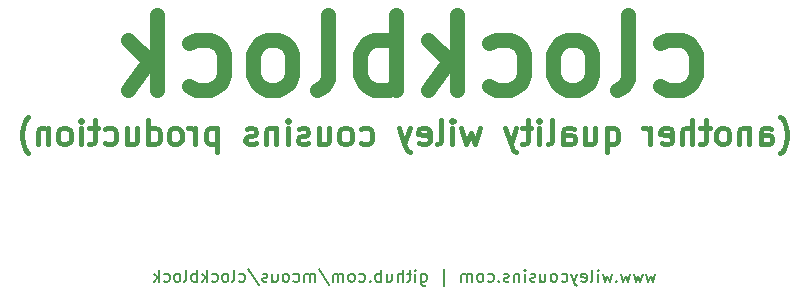
<source format=gbo>
G04 (created by PCBNEW (2013-07-07 BZR 4022)-stable) date 9/25/2013 7:54:20 PM*
%MOIN*%
G04 Gerber Fmt 3.4, Leading zero omitted, Abs format*
%FSLAX34Y34*%
G01*
G70*
G90*
G04 APERTURE LIST*
%ADD10C,0.006*%
%ADD11C,0.008*%
%ADD12C,0.015*%
%ADD13C,0.05*%
%ADD14C,0.0708661*%
%ADD15R,0.0708661X0.0708661*%
%ADD16C,0.102362*%
%ADD17R,0.0669291X0.0669291*%
%ADD18C,0.0669291*%
G04 APERTURE END LIST*
G54D10*
G54D11*
X92111Y-66645D02*
X92035Y-66911D01*
X91959Y-66721D01*
X91883Y-66911D01*
X91807Y-66645D01*
X91692Y-66645D02*
X91616Y-66911D01*
X91540Y-66721D01*
X91464Y-66911D01*
X91388Y-66645D01*
X91273Y-66645D02*
X91197Y-66911D01*
X91121Y-66721D01*
X91045Y-66911D01*
X90969Y-66645D01*
X90816Y-66873D02*
X90797Y-66892D01*
X90816Y-66911D01*
X90835Y-66892D01*
X90816Y-66873D01*
X90816Y-66911D01*
X90664Y-66645D02*
X90588Y-66911D01*
X90511Y-66721D01*
X90435Y-66911D01*
X90359Y-66645D01*
X90207Y-66911D02*
X90207Y-66645D01*
X90207Y-66511D02*
X90226Y-66530D01*
X90207Y-66550D01*
X90188Y-66530D01*
X90207Y-66511D01*
X90207Y-66550D01*
X89959Y-66911D02*
X89997Y-66892D01*
X90016Y-66854D01*
X90016Y-66511D01*
X89654Y-66892D02*
X89692Y-66911D01*
X89769Y-66911D01*
X89807Y-66892D01*
X89826Y-66854D01*
X89826Y-66702D01*
X89807Y-66664D01*
X89769Y-66645D01*
X89692Y-66645D01*
X89654Y-66664D01*
X89635Y-66702D01*
X89635Y-66740D01*
X89826Y-66778D01*
X89502Y-66645D02*
X89407Y-66911D01*
X89311Y-66645D02*
X89407Y-66911D01*
X89445Y-67007D01*
X89464Y-67026D01*
X89502Y-67045D01*
X88988Y-66892D02*
X89026Y-66911D01*
X89102Y-66911D01*
X89140Y-66892D01*
X89159Y-66873D01*
X89178Y-66835D01*
X89178Y-66721D01*
X89159Y-66683D01*
X89140Y-66664D01*
X89102Y-66645D01*
X89026Y-66645D01*
X88988Y-66664D01*
X88759Y-66911D02*
X88797Y-66892D01*
X88816Y-66873D01*
X88835Y-66835D01*
X88835Y-66721D01*
X88816Y-66683D01*
X88797Y-66664D01*
X88759Y-66645D01*
X88702Y-66645D01*
X88664Y-66664D01*
X88645Y-66683D01*
X88626Y-66721D01*
X88626Y-66835D01*
X88645Y-66873D01*
X88664Y-66892D01*
X88702Y-66911D01*
X88759Y-66911D01*
X88283Y-66645D02*
X88283Y-66911D01*
X88454Y-66645D02*
X88454Y-66854D01*
X88435Y-66892D01*
X88397Y-66911D01*
X88340Y-66911D01*
X88302Y-66892D01*
X88283Y-66873D01*
X88111Y-66892D02*
X88073Y-66911D01*
X87997Y-66911D01*
X87959Y-66892D01*
X87940Y-66854D01*
X87940Y-66835D01*
X87959Y-66797D01*
X87997Y-66778D01*
X88054Y-66778D01*
X88092Y-66759D01*
X88111Y-66721D01*
X88111Y-66702D01*
X88092Y-66664D01*
X88054Y-66645D01*
X87997Y-66645D01*
X87959Y-66664D01*
X87769Y-66911D02*
X87769Y-66645D01*
X87769Y-66511D02*
X87788Y-66530D01*
X87769Y-66550D01*
X87749Y-66530D01*
X87769Y-66511D01*
X87769Y-66550D01*
X87578Y-66645D02*
X87578Y-66911D01*
X87578Y-66683D02*
X87559Y-66664D01*
X87521Y-66645D01*
X87464Y-66645D01*
X87426Y-66664D01*
X87407Y-66702D01*
X87407Y-66911D01*
X87235Y-66892D02*
X87197Y-66911D01*
X87121Y-66911D01*
X87083Y-66892D01*
X87064Y-66854D01*
X87064Y-66835D01*
X87083Y-66797D01*
X87121Y-66778D01*
X87178Y-66778D01*
X87216Y-66759D01*
X87235Y-66721D01*
X87235Y-66702D01*
X87216Y-66664D01*
X87178Y-66645D01*
X87121Y-66645D01*
X87083Y-66664D01*
X86892Y-66873D02*
X86873Y-66892D01*
X86892Y-66911D01*
X86911Y-66892D01*
X86892Y-66873D01*
X86892Y-66911D01*
X86530Y-66892D02*
X86569Y-66911D01*
X86645Y-66911D01*
X86683Y-66892D01*
X86702Y-66873D01*
X86721Y-66835D01*
X86721Y-66721D01*
X86702Y-66683D01*
X86683Y-66664D01*
X86645Y-66645D01*
X86569Y-66645D01*
X86530Y-66664D01*
X86302Y-66911D02*
X86340Y-66892D01*
X86359Y-66873D01*
X86378Y-66835D01*
X86378Y-66721D01*
X86359Y-66683D01*
X86340Y-66664D01*
X86302Y-66645D01*
X86245Y-66645D01*
X86207Y-66664D01*
X86188Y-66683D01*
X86169Y-66721D01*
X86169Y-66835D01*
X86188Y-66873D01*
X86207Y-66892D01*
X86245Y-66911D01*
X86302Y-66911D01*
X85997Y-66911D02*
X85997Y-66645D01*
X85997Y-66683D02*
X85978Y-66664D01*
X85940Y-66645D01*
X85883Y-66645D01*
X85845Y-66664D01*
X85826Y-66702D01*
X85826Y-66911D01*
X85826Y-66702D02*
X85807Y-66664D01*
X85769Y-66645D01*
X85711Y-66645D01*
X85673Y-66664D01*
X85654Y-66702D01*
X85654Y-66911D01*
X85064Y-67045D02*
X85064Y-66473D01*
X84302Y-66645D02*
X84302Y-66969D01*
X84321Y-67007D01*
X84340Y-67026D01*
X84378Y-67045D01*
X84435Y-67045D01*
X84473Y-67026D01*
X84302Y-66892D02*
X84340Y-66911D01*
X84416Y-66911D01*
X84454Y-66892D01*
X84473Y-66873D01*
X84492Y-66835D01*
X84492Y-66721D01*
X84473Y-66683D01*
X84454Y-66664D01*
X84416Y-66645D01*
X84340Y-66645D01*
X84302Y-66664D01*
X84111Y-66911D02*
X84111Y-66645D01*
X84111Y-66511D02*
X84130Y-66530D01*
X84111Y-66550D01*
X84092Y-66530D01*
X84111Y-66511D01*
X84111Y-66550D01*
X83978Y-66645D02*
X83826Y-66645D01*
X83921Y-66511D02*
X83921Y-66854D01*
X83902Y-66892D01*
X83864Y-66911D01*
X83826Y-66911D01*
X83692Y-66911D02*
X83692Y-66511D01*
X83521Y-66911D02*
X83521Y-66702D01*
X83540Y-66664D01*
X83578Y-66645D01*
X83635Y-66645D01*
X83673Y-66664D01*
X83692Y-66683D01*
X83159Y-66645D02*
X83159Y-66911D01*
X83330Y-66645D02*
X83330Y-66854D01*
X83311Y-66892D01*
X83273Y-66911D01*
X83216Y-66911D01*
X83178Y-66892D01*
X83159Y-66873D01*
X82969Y-66911D02*
X82969Y-66511D01*
X82969Y-66664D02*
X82930Y-66645D01*
X82854Y-66645D01*
X82816Y-66664D01*
X82797Y-66683D01*
X82778Y-66721D01*
X82778Y-66835D01*
X82797Y-66873D01*
X82816Y-66892D01*
X82854Y-66911D01*
X82930Y-66911D01*
X82969Y-66892D01*
X82607Y-66873D02*
X82588Y-66892D01*
X82607Y-66911D01*
X82626Y-66892D01*
X82607Y-66873D01*
X82607Y-66911D01*
X82245Y-66892D02*
X82283Y-66911D01*
X82359Y-66911D01*
X82397Y-66892D01*
X82416Y-66873D01*
X82435Y-66835D01*
X82435Y-66721D01*
X82416Y-66683D01*
X82397Y-66664D01*
X82359Y-66645D01*
X82283Y-66645D01*
X82245Y-66664D01*
X82016Y-66911D02*
X82054Y-66892D01*
X82073Y-66873D01*
X82092Y-66835D01*
X82092Y-66721D01*
X82073Y-66683D01*
X82054Y-66664D01*
X82016Y-66645D01*
X81959Y-66645D01*
X81921Y-66664D01*
X81902Y-66683D01*
X81883Y-66721D01*
X81883Y-66835D01*
X81902Y-66873D01*
X81921Y-66892D01*
X81959Y-66911D01*
X82016Y-66911D01*
X81711Y-66911D02*
X81711Y-66645D01*
X81711Y-66683D02*
X81692Y-66664D01*
X81654Y-66645D01*
X81597Y-66645D01*
X81559Y-66664D01*
X81540Y-66702D01*
X81540Y-66911D01*
X81540Y-66702D02*
X81521Y-66664D01*
X81483Y-66645D01*
X81426Y-66645D01*
X81388Y-66664D01*
X81369Y-66702D01*
X81369Y-66911D01*
X80892Y-66492D02*
X81235Y-67007D01*
X80759Y-66911D02*
X80759Y-66645D01*
X80759Y-66683D02*
X80740Y-66664D01*
X80702Y-66645D01*
X80645Y-66645D01*
X80607Y-66664D01*
X80588Y-66702D01*
X80588Y-66911D01*
X80588Y-66702D02*
X80569Y-66664D01*
X80530Y-66645D01*
X80473Y-66645D01*
X80435Y-66664D01*
X80416Y-66702D01*
X80416Y-66911D01*
X80054Y-66892D02*
X80092Y-66911D01*
X80169Y-66911D01*
X80207Y-66892D01*
X80226Y-66873D01*
X80245Y-66835D01*
X80245Y-66721D01*
X80226Y-66683D01*
X80207Y-66664D01*
X80169Y-66645D01*
X80092Y-66645D01*
X80054Y-66664D01*
X79826Y-66911D02*
X79864Y-66892D01*
X79883Y-66873D01*
X79902Y-66835D01*
X79902Y-66721D01*
X79883Y-66683D01*
X79864Y-66664D01*
X79826Y-66645D01*
X79769Y-66645D01*
X79730Y-66664D01*
X79711Y-66683D01*
X79692Y-66721D01*
X79692Y-66835D01*
X79711Y-66873D01*
X79730Y-66892D01*
X79769Y-66911D01*
X79826Y-66911D01*
X79349Y-66645D02*
X79349Y-66911D01*
X79521Y-66645D02*
X79521Y-66854D01*
X79502Y-66892D01*
X79464Y-66911D01*
X79407Y-66911D01*
X79369Y-66892D01*
X79349Y-66873D01*
X79178Y-66892D02*
X79140Y-66911D01*
X79064Y-66911D01*
X79026Y-66892D01*
X79007Y-66854D01*
X79007Y-66835D01*
X79026Y-66797D01*
X79064Y-66778D01*
X79121Y-66778D01*
X79159Y-66759D01*
X79178Y-66721D01*
X79178Y-66702D01*
X79159Y-66664D01*
X79121Y-66645D01*
X79064Y-66645D01*
X79026Y-66664D01*
X78549Y-66492D02*
X78892Y-67007D01*
X78245Y-66892D02*
X78283Y-66911D01*
X78359Y-66911D01*
X78397Y-66892D01*
X78416Y-66873D01*
X78435Y-66835D01*
X78435Y-66721D01*
X78416Y-66683D01*
X78397Y-66664D01*
X78359Y-66645D01*
X78283Y-66645D01*
X78245Y-66664D01*
X78016Y-66911D02*
X78054Y-66892D01*
X78073Y-66854D01*
X78073Y-66511D01*
X77807Y-66911D02*
X77845Y-66892D01*
X77864Y-66873D01*
X77883Y-66835D01*
X77883Y-66721D01*
X77864Y-66683D01*
X77845Y-66664D01*
X77807Y-66645D01*
X77750Y-66645D01*
X77711Y-66664D01*
X77692Y-66683D01*
X77673Y-66721D01*
X77673Y-66835D01*
X77692Y-66873D01*
X77711Y-66892D01*
X77750Y-66911D01*
X77807Y-66911D01*
X77330Y-66892D02*
X77369Y-66911D01*
X77445Y-66911D01*
X77483Y-66892D01*
X77502Y-66873D01*
X77521Y-66835D01*
X77521Y-66721D01*
X77502Y-66683D01*
X77483Y-66664D01*
X77445Y-66645D01*
X77369Y-66645D01*
X77330Y-66664D01*
X77159Y-66911D02*
X77159Y-66511D01*
X77121Y-66759D02*
X77007Y-66911D01*
X77007Y-66645D02*
X77159Y-66797D01*
X76835Y-66911D02*
X76835Y-66511D01*
X76835Y-66664D02*
X76797Y-66645D01*
X76721Y-66645D01*
X76683Y-66664D01*
X76664Y-66683D01*
X76645Y-66721D01*
X76645Y-66835D01*
X76664Y-66873D01*
X76683Y-66892D01*
X76721Y-66911D01*
X76797Y-66911D01*
X76835Y-66892D01*
X76416Y-66911D02*
X76454Y-66892D01*
X76473Y-66854D01*
X76473Y-66511D01*
X76207Y-66911D02*
X76245Y-66892D01*
X76264Y-66873D01*
X76283Y-66835D01*
X76283Y-66721D01*
X76264Y-66683D01*
X76245Y-66664D01*
X76207Y-66645D01*
X76150Y-66645D01*
X76111Y-66664D01*
X76092Y-66683D01*
X76073Y-66721D01*
X76073Y-66835D01*
X76092Y-66873D01*
X76111Y-66892D01*
X76150Y-66911D01*
X76207Y-66911D01*
X75730Y-66892D02*
X75769Y-66911D01*
X75845Y-66911D01*
X75883Y-66892D01*
X75902Y-66873D01*
X75921Y-66835D01*
X75921Y-66721D01*
X75902Y-66683D01*
X75883Y-66664D01*
X75845Y-66645D01*
X75769Y-66645D01*
X75730Y-66664D01*
X75559Y-66911D02*
X75559Y-66511D01*
X75521Y-66759D02*
X75407Y-66911D01*
X75407Y-66645D02*
X75559Y-66797D01*
G54D12*
X96283Y-62628D02*
X96321Y-62590D01*
X96397Y-62476D01*
X96435Y-62400D01*
X96473Y-62285D01*
X96511Y-62095D01*
X96511Y-61942D01*
X96473Y-61752D01*
X96435Y-61638D01*
X96397Y-61561D01*
X96321Y-61447D01*
X96283Y-61409D01*
X95635Y-62323D02*
X95635Y-61904D01*
X95673Y-61828D01*
X95749Y-61790D01*
X95902Y-61790D01*
X95978Y-61828D01*
X95635Y-62285D02*
X95711Y-62323D01*
X95902Y-62323D01*
X95978Y-62285D01*
X96016Y-62209D01*
X96016Y-62133D01*
X95978Y-62057D01*
X95902Y-62019D01*
X95711Y-62019D01*
X95635Y-61980D01*
X95254Y-61790D02*
X95254Y-62323D01*
X95254Y-61866D02*
X95216Y-61828D01*
X95140Y-61790D01*
X95026Y-61790D01*
X94949Y-61828D01*
X94911Y-61904D01*
X94911Y-62323D01*
X94416Y-62323D02*
X94492Y-62285D01*
X94530Y-62247D01*
X94569Y-62171D01*
X94569Y-61942D01*
X94530Y-61866D01*
X94492Y-61828D01*
X94416Y-61790D01*
X94302Y-61790D01*
X94226Y-61828D01*
X94188Y-61866D01*
X94149Y-61942D01*
X94149Y-62171D01*
X94188Y-62247D01*
X94226Y-62285D01*
X94302Y-62323D01*
X94416Y-62323D01*
X93921Y-61790D02*
X93616Y-61790D01*
X93807Y-61523D02*
X93807Y-62209D01*
X93769Y-62285D01*
X93692Y-62323D01*
X93616Y-62323D01*
X93349Y-62323D02*
X93349Y-61523D01*
X93007Y-62323D02*
X93007Y-61904D01*
X93045Y-61828D01*
X93121Y-61790D01*
X93235Y-61790D01*
X93311Y-61828D01*
X93349Y-61866D01*
X92321Y-62285D02*
X92397Y-62323D01*
X92549Y-62323D01*
X92626Y-62285D01*
X92664Y-62209D01*
X92664Y-61904D01*
X92626Y-61828D01*
X92549Y-61790D01*
X92397Y-61790D01*
X92321Y-61828D01*
X92283Y-61904D01*
X92283Y-61980D01*
X92664Y-62057D01*
X91940Y-62323D02*
X91940Y-61790D01*
X91940Y-61942D02*
X91902Y-61866D01*
X91864Y-61828D01*
X91788Y-61790D01*
X91711Y-61790D01*
X90492Y-61790D02*
X90492Y-62590D01*
X90492Y-62285D02*
X90569Y-62323D01*
X90721Y-62323D01*
X90797Y-62285D01*
X90835Y-62247D01*
X90873Y-62171D01*
X90873Y-61942D01*
X90835Y-61866D01*
X90797Y-61828D01*
X90721Y-61790D01*
X90569Y-61790D01*
X90492Y-61828D01*
X89769Y-61790D02*
X89769Y-62323D01*
X90111Y-61790D02*
X90111Y-62209D01*
X90073Y-62285D01*
X89997Y-62323D01*
X89883Y-62323D01*
X89807Y-62285D01*
X89769Y-62247D01*
X89045Y-62323D02*
X89045Y-61904D01*
X89083Y-61828D01*
X89159Y-61790D01*
X89311Y-61790D01*
X89388Y-61828D01*
X89045Y-62285D02*
X89121Y-62323D01*
X89311Y-62323D01*
X89388Y-62285D01*
X89426Y-62209D01*
X89426Y-62133D01*
X89388Y-62057D01*
X89311Y-62019D01*
X89121Y-62019D01*
X89045Y-61980D01*
X88549Y-62323D02*
X88626Y-62285D01*
X88664Y-62209D01*
X88664Y-61523D01*
X88245Y-62323D02*
X88245Y-61790D01*
X88245Y-61523D02*
X88283Y-61561D01*
X88245Y-61600D01*
X88207Y-61561D01*
X88245Y-61523D01*
X88245Y-61600D01*
X87978Y-61790D02*
X87673Y-61790D01*
X87864Y-61523D02*
X87864Y-62209D01*
X87826Y-62285D01*
X87749Y-62323D01*
X87673Y-62323D01*
X87483Y-61790D02*
X87292Y-62323D01*
X87102Y-61790D02*
X87292Y-62323D01*
X87369Y-62514D01*
X87407Y-62552D01*
X87483Y-62590D01*
X86264Y-61790D02*
X86111Y-62323D01*
X85959Y-61942D01*
X85807Y-62323D01*
X85654Y-61790D01*
X85349Y-62323D02*
X85349Y-61790D01*
X85349Y-61523D02*
X85388Y-61561D01*
X85349Y-61600D01*
X85311Y-61561D01*
X85349Y-61523D01*
X85349Y-61600D01*
X84854Y-62323D02*
X84930Y-62285D01*
X84969Y-62209D01*
X84969Y-61523D01*
X84245Y-62285D02*
X84321Y-62323D01*
X84473Y-62323D01*
X84549Y-62285D01*
X84588Y-62209D01*
X84588Y-61904D01*
X84549Y-61828D01*
X84473Y-61790D01*
X84321Y-61790D01*
X84245Y-61828D01*
X84207Y-61904D01*
X84207Y-61980D01*
X84588Y-62057D01*
X83940Y-61790D02*
X83749Y-62323D01*
X83559Y-61790D02*
X83749Y-62323D01*
X83826Y-62514D01*
X83864Y-62552D01*
X83940Y-62590D01*
X82302Y-62285D02*
X82378Y-62323D01*
X82530Y-62323D01*
X82607Y-62285D01*
X82645Y-62247D01*
X82683Y-62171D01*
X82683Y-61942D01*
X82645Y-61866D01*
X82607Y-61828D01*
X82530Y-61790D01*
X82378Y-61790D01*
X82302Y-61828D01*
X81845Y-62323D02*
X81921Y-62285D01*
X81959Y-62247D01*
X81997Y-62171D01*
X81997Y-61942D01*
X81959Y-61866D01*
X81921Y-61828D01*
X81845Y-61790D01*
X81730Y-61790D01*
X81654Y-61828D01*
X81616Y-61866D01*
X81578Y-61942D01*
X81578Y-62171D01*
X81616Y-62247D01*
X81654Y-62285D01*
X81730Y-62323D01*
X81845Y-62323D01*
X80892Y-61790D02*
X80892Y-62323D01*
X81235Y-61790D02*
X81235Y-62209D01*
X81197Y-62285D01*
X81121Y-62323D01*
X81007Y-62323D01*
X80930Y-62285D01*
X80892Y-62247D01*
X80550Y-62285D02*
X80473Y-62323D01*
X80321Y-62323D01*
X80245Y-62285D01*
X80207Y-62209D01*
X80207Y-62171D01*
X80245Y-62095D01*
X80321Y-62057D01*
X80435Y-62057D01*
X80511Y-62019D01*
X80550Y-61942D01*
X80550Y-61904D01*
X80511Y-61828D01*
X80435Y-61790D01*
X80321Y-61790D01*
X80245Y-61828D01*
X79864Y-62323D02*
X79864Y-61790D01*
X79864Y-61523D02*
X79902Y-61561D01*
X79864Y-61600D01*
X79826Y-61561D01*
X79864Y-61523D01*
X79864Y-61600D01*
X79483Y-61790D02*
X79483Y-62323D01*
X79483Y-61866D02*
X79445Y-61828D01*
X79369Y-61790D01*
X79254Y-61790D01*
X79178Y-61828D01*
X79140Y-61904D01*
X79140Y-62323D01*
X78797Y-62285D02*
X78721Y-62323D01*
X78569Y-62323D01*
X78492Y-62285D01*
X78454Y-62209D01*
X78454Y-62171D01*
X78492Y-62095D01*
X78569Y-62057D01*
X78683Y-62057D01*
X78759Y-62019D01*
X78797Y-61942D01*
X78797Y-61904D01*
X78759Y-61828D01*
X78683Y-61790D01*
X78569Y-61790D01*
X78492Y-61828D01*
X77502Y-61790D02*
X77502Y-62590D01*
X77502Y-61828D02*
X77426Y-61790D01*
X77273Y-61790D01*
X77197Y-61828D01*
X77159Y-61866D01*
X77121Y-61942D01*
X77121Y-62171D01*
X77159Y-62247D01*
X77197Y-62285D01*
X77273Y-62323D01*
X77426Y-62323D01*
X77502Y-62285D01*
X76778Y-62323D02*
X76778Y-61790D01*
X76778Y-61942D02*
X76740Y-61866D01*
X76702Y-61828D01*
X76626Y-61790D01*
X76550Y-61790D01*
X76169Y-62323D02*
X76245Y-62285D01*
X76283Y-62247D01*
X76321Y-62171D01*
X76321Y-61942D01*
X76283Y-61866D01*
X76245Y-61828D01*
X76169Y-61790D01*
X76054Y-61790D01*
X75978Y-61828D01*
X75940Y-61866D01*
X75902Y-61942D01*
X75902Y-62171D01*
X75940Y-62247D01*
X75978Y-62285D01*
X76054Y-62323D01*
X76169Y-62323D01*
X75216Y-62323D02*
X75216Y-61523D01*
X75216Y-62285D02*
X75292Y-62323D01*
X75445Y-62323D01*
X75521Y-62285D01*
X75559Y-62247D01*
X75597Y-62171D01*
X75597Y-61942D01*
X75559Y-61866D01*
X75521Y-61828D01*
X75445Y-61790D01*
X75292Y-61790D01*
X75216Y-61828D01*
X74492Y-61790D02*
X74492Y-62323D01*
X74835Y-61790D02*
X74835Y-62209D01*
X74797Y-62285D01*
X74721Y-62323D01*
X74607Y-62323D01*
X74530Y-62285D01*
X74492Y-62247D01*
X73769Y-62285D02*
X73845Y-62323D01*
X73997Y-62323D01*
X74073Y-62285D01*
X74111Y-62247D01*
X74150Y-62171D01*
X74150Y-61942D01*
X74111Y-61866D01*
X74073Y-61828D01*
X73997Y-61790D01*
X73845Y-61790D01*
X73769Y-61828D01*
X73540Y-61790D02*
X73235Y-61790D01*
X73426Y-61523D02*
X73426Y-62209D01*
X73388Y-62285D01*
X73311Y-62323D01*
X73235Y-62323D01*
X72969Y-62323D02*
X72969Y-61790D01*
X72969Y-61523D02*
X73007Y-61561D01*
X72969Y-61600D01*
X72930Y-61561D01*
X72969Y-61523D01*
X72969Y-61600D01*
X72473Y-62323D02*
X72550Y-62285D01*
X72588Y-62247D01*
X72626Y-62171D01*
X72626Y-61942D01*
X72588Y-61866D01*
X72550Y-61828D01*
X72473Y-61790D01*
X72359Y-61790D01*
X72283Y-61828D01*
X72245Y-61866D01*
X72207Y-61942D01*
X72207Y-62171D01*
X72245Y-62247D01*
X72283Y-62285D01*
X72359Y-62323D01*
X72473Y-62323D01*
X71864Y-61790D02*
X71864Y-62323D01*
X71864Y-61866D02*
X71826Y-61828D01*
X71750Y-61790D01*
X71635Y-61790D01*
X71559Y-61828D01*
X71521Y-61904D01*
X71521Y-62323D01*
X71216Y-62628D02*
X71178Y-62590D01*
X71102Y-62476D01*
X71064Y-62400D01*
X71026Y-62285D01*
X70988Y-62095D01*
X70988Y-61942D01*
X71026Y-61752D01*
X71064Y-61638D01*
X71102Y-61561D01*
X71178Y-61447D01*
X71216Y-61409D01*
G54D13*
X92273Y-60392D02*
X92511Y-60511D01*
X92988Y-60511D01*
X93226Y-60392D01*
X93345Y-60273D01*
X93464Y-60035D01*
X93464Y-59321D01*
X93345Y-59083D01*
X93226Y-58964D01*
X92988Y-58845D01*
X92511Y-58845D01*
X92273Y-58964D01*
X90845Y-60511D02*
X91083Y-60392D01*
X91202Y-60154D01*
X91202Y-58011D01*
X89535Y-60511D02*
X89773Y-60392D01*
X89892Y-60273D01*
X90011Y-60035D01*
X90011Y-59321D01*
X89892Y-59083D01*
X89773Y-58964D01*
X89535Y-58845D01*
X89178Y-58845D01*
X88940Y-58964D01*
X88821Y-59083D01*
X88702Y-59321D01*
X88702Y-60035D01*
X88821Y-60273D01*
X88940Y-60392D01*
X89178Y-60511D01*
X89535Y-60511D01*
X86559Y-60392D02*
X86797Y-60511D01*
X87273Y-60511D01*
X87511Y-60392D01*
X87630Y-60273D01*
X87749Y-60035D01*
X87749Y-59321D01*
X87630Y-59083D01*
X87511Y-58964D01*
X87273Y-58845D01*
X86797Y-58845D01*
X86559Y-58964D01*
X85488Y-60511D02*
X85488Y-58011D01*
X85249Y-59559D02*
X84535Y-60511D01*
X84535Y-58845D02*
X85488Y-59797D01*
X83464Y-60511D02*
X83464Y-58011D01*
X83464Y-58964D02*
X83226Y-58845D01*
X82750Y-58845D01*
X82511Y-58964D01*
X82392Y-59083D01*
X82273Y-59321D01*
X82273Y-60035D01*
X82392Y-60273D01*
X82511Y-60392D01*
X82750Y-60511D01*
X83226Y-60511D01*
X83464Y-60392D01*
X80845Y-60511D02*
X81083Y-60392D01*
X81202Y-60154D01*
X81202Y-58011D01*
X79535Y-60511D02*
X79773Y-60392D01*
X79892Y-60273D01*
X80011Y-60035D01*
X80011Y-59321D01*
X79892Y-59083D01*
X79773Y-58964D01*
X79535Y-58845D01*
X79178Y-58845D01*
X78940Y-58964D01*
X78821Y-59083D01*
X78702Y-59321D01*
X78702Y-60035D01*
X78821Y-60273D01*
X78940Y-60392D01*
X79178Y-60511D01*
X79535Y-60511D01*
X76559Y-60392D02*
X76797Y-60511D01*
X77273Y-60511D01*
X77511Y-60392D01*
X77630Y-60273D01*
X77750Y-60035D01*
X77750Y-59321D01*
X77630Y-59083D01*
X77511Y-58964D01*
X77273Y-58845D01*
X76797Y-58845D01*
X76559Y-58964D01*
X75488Y-60511D02*
X75488Y-58011D01*
X75250Y-59559D02*
X74535Y-60511D01*
X74535Y-58845D02*
X75488Y-59797D01*
%LPC*%
G54D14*
X88220Y-65985D03*
X90779Y-65985D03*
X88220Y-64214D03*
X90779Y-64214D03*
G54D10*
G36*
X92428Y-70265D02*
X92783Y-70879D01*
X92169Y-71234D01*
X91815Y-70620D01*
X92428Y-70265D01*
X92428Y-70265D01*
G37*
G54D14*
X91433Y-71250D03*
X90566Y-71750D03*
X89700Y-72250D03*
G54D10*
G36*
X75571Y-48614D02*
X75216Y-48000D01*
X75830Y-47645D01*
X76184Y-48259D01*
X75571Y-48614D01*
X75571Y-48614D01*
G37*
G54D14*
X76566Y-47630D03*
X77433Y-47130D03*
X78299Y-46630D03*
G54D10*
G36*
X71259Y-54283D02*
X70645Y-53928D01*
X71000Y-53315D01*
X71614Y-53669D01*
X71259Y-54283D01*
X71259Y-54283D01*
G37*
G54D14*
X71630Y-52933D03*
X72130Y-52066D03*
X72630Y-51200D03*
G54D15*
X70000Y-61000D03*
G54D14*
X70000Y-60000D03*
X70000Y-59000D03*
X70000Y-58000D03*
G54D10*
G36*
X73114Y-67928D02*
X72500Y-68283D01*
X72145Y-67669D01*
X72759Y-67315D01*
X73114Y-67928D01*
X73114Y-67928D01*
G37*
G54D14*
X72130Y-66933D03*
X71630Y-66066D03*
X71130Y-65200D03*
G54D10*
G36*
X78783Y-72240D02*
X78428Y-72854D01*
X77815Y-72499D01*
X78169Y-71885D01*
X78783Y-72240D01*
X78783Y-72240D01*
G37*
G54D14*
X77433Y-71870D03*
X76566Y-71370D03*
X75700Y-70870D03*
G54D15*
X85500Y-73500D03*
G54D14*
X84500Y-73500D03*
X83500Y-73500D03*
X82500Y-73500D03*
G54D10*
G36*
X96740Y-64716D02*
X97354Y-65071D01*
X96999Y-65684D01*
X96385Y-65330D01*
X96740Y-64716D01*
X96740Y-64716D01*
G37*
G54D14*
X96370Y-66066D03*
X95870Y-66933D03*
X95370Y-67799D03*
G54D15*
X98000Y-58000D03*
G54D14*
X98000Y-59000D03*
X98000Y-60000D03*
X98000Y-61000D03*
G54D10*
G36*
X94885Y-51071D02*
X95499Y-50716D01*
X95854Y-51330D01*
X95240Y-51684D01*
X94885Y-51071D01*
X94885Y-51071D01*
G37*
G54D14*
X95870Y-52066D03*
X96370Y-52933D03*
X96870Y-53799D03*
G54D10*
G36*
X89216Y-46759D02*
X89571Y-46145D01*
X90184Y-46500D01*
X89830Y-47114D01*
X89216Y-46759D01*
X89216Y-46759D01*
G37*
G54D14*
X90566Y-47130D03*
X91433Y-47630D03*
X92299Y-48130D03*
G54D15*
X82500Y-45500D03*
G54D14*
X83500Y-45500D03*
X84500Y-45500D03*
X85500Y-45500D03*
G54D16*
X86181Y-68000D03*
X83818Y-68000D03*
X85000Y-69850D03*
G54D17*
X75400Y-52300D03*
G54D18*
X75400Y-51300D03*
X76400Y-52300D03*
X76400Y-51300D03*
X77400Y-52300D03*
X77400Y-51300D03*
G54D14*
X86920Y-51485D03*
X89479Y-51485D03*
X86920Y-49714D03*
X89479Y-49714D03*
X86920Y-54485D03*
X89479Y-54485D03*
X86920Y-52714D03*
X89479Y-52714D03*
G54D15*
X72700Y-61000D03*
G54D14*
X72700Y-60000D03*
X72700Y-59000D03*
X72700Y-58000D03*
M02*

</source>
